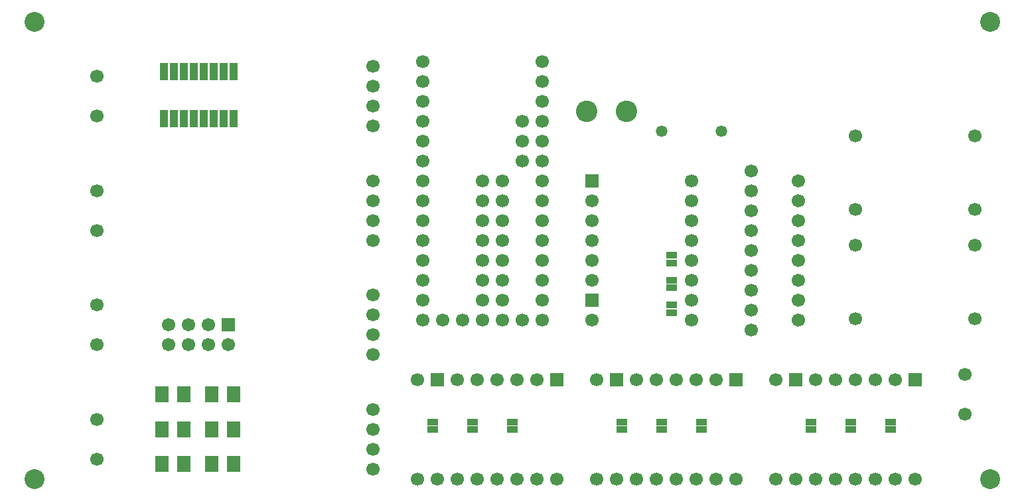
<source format=gbr>
G04 DipTrace 3.3.1.3*
G04 BottomMask.gbr*
%MOIN*%
G04 #@! TF.FileFunction,Soldermask,Bot*
G04 #@! TF.Part,Single*
%ADD31C,0.1*%
%ADD41C,0.10788*%
%ADD43C,0.06698*%
%ADD45R,0.06698X0.06698*%
%ADD47C,0.05788*%
%ADD49C,0.05788*%
%ADD51C,0.06688*%
%ADD53C,0.06698*%
%ADD55R,0.070872X0.078746*%
%ADD59R,0.05788X0.03288*%
%ADD63C,0.066935*%
%ADD65R,0.066935X0.066935*%
%ADD67R,0.039376X0.08662*%
%ADD69C,0.066935*%
%FSLAX26Y26*%
G04*
G70*
G90*
G75*
G01*
G04 BotMask*
%LPD*%
D69*
X2443700Y2593700D3*
Y2493700D3*
Y2393700D3*
Y2293700D3*
Y2193700D3*
Y2093700D3*
Y1993700D3*
Y1893700D3*
Y1793700D3*
Y1693700D3*
Y1593700D3*
Y1493700D3*
Y1393700D3*
Y1293700D3*
X3043700D3*
Y1393700D3*
Y1493700D3*
Y1593700D3*
Y1693700D3*
Y1793700D3*
Y1893700D3*
Y1993700D3*
Y2093700D3*
Y2193700D3*
Y2293700D3*
Y2393700D3*
Y2493700D3*
Y2593700D3*
X2743700Y1993700D3*
Y1893700D3*
Y1793700D3*
Y1693700D3*
Y1593700D3*
Y1493700D3*
Y1393700D3*
X2843700D3*
Y1493700D3*
Y1593700D3*
Y1693700D3*
Y1793700D3*
Y1893700D3*
Y1993700D3*
X2543700Y1293700D3*
X2643700D3*
X2743700D3*
X2843700D3*
X2943700D3*
Y2093700D3*
Y2193700D3*
Y2293700D3*
D67*
X1143700Y2543700D3*
X1193700D3*
X1243700D3*
X1293700D3*
X1343700D3*
X1393700D3*
X1443700D3*
X1493700D3*
Y2307480D3*
X1443700D3*
X1393700D3*
X1343700D3*
X1293700D3*
X1243700D3*
X1193700D3*
X1143700D3*
D65*
X3118700Y993700D3*
D63*
X3018700D3*
X2918700D3*
X2818700D3*
X2718700D3*
X2618700D3*
D65*
X2518700D3*
D63*
X2418700D3*
Y493700D3*
X2518700D3*
X2618700D3*
X2718700D3*
X2818700D3*
X2918700D3*
X3018700D3*
X3118700D3*
D65*
X3293700Y1993700D3*
D63*
Y1893700D3*
Y1793700D3*
Y1693700D3*
Y1593700D3*
Y1493700D3*
D65*
Y1393700D3*
D63*
Y1293700D3*
X3793700D3*
Y1393700D3*
Y1493700D3*
Y1593700D3*
Y1693700D3*
Y1793700D3*
Y1893700D3*
Y1993700D3*
D65*
X4918700Y993700D3*
D63*
X4818700D3*
X4718700D3*
X4618700D3*
X4518700D3*
X4418700D3*
D65*
X4318700D3*
D63*
X4218700D3*
Y493700D3*
X4318700D3*
X4418700D3*
X4518700D3*
X4618700D3*
X4718700D3*
X4818700D3*
X4918700D3*
D65*
X4018700Y993700D3*
D63*
X3918700D3*
X3818700D3*
X3718700D3*
X3618700D3*
X3518700D3*
D65*
X3418700D3*
D63*
X3318700D3*
Y493700D3*
X3418700D3*
X3518700D3*
X3618700D3*
X3718700D3*
X3818700D3*
X3918700D3*
X4018700D3*
D59*
X3693700Y1618700D3*
Y1581199D3*
Y1493700D3*
Y1456199D3*
Y1368700D3*
Y1331199D3*
X2893700Y743700D3*
Y781201D3*
X2693700Y743700D3*
Y781201D3*
X2493700Y743700D3*
Y781201D3*
X4793700Y743700D3*
Y781201D3*
X4593700Y743700D3*
Y781201D3*
X4393700Y743700D3*
Y781201D3*
X3843700Y743700D3*
Y781201D3*
X3643700Y743700D3*
Y781201D3*
X3443700Y743700D3*
Y781201D3*
D55*
X1243700Y918700D3*
X1133464D3*
X1243700Y743700D3*
X1133464D3*
X1243700Y568700D3*
X1133464D3*
X1493700Y918700D3*
X1383464D3*
X1493700Y743700D3*
X1383464D3*
X1493700Y568700D3*
X1383464D3*
D63*
X4618700Y1668700D3*
Y1298700D3*
X5218700Y1668700D3*
Y1298700D3*
X4618700Y2218700D3*
Y1848700D3*
X5218700Y2218700D3*
Y1848700D3*
D53*
X4332700Y1993700D3*
Y1893700D3*
Y1793700D3*
Y1693700D3*
Y1593700D3*
Y1493700D3*
Y1393700D3*
Y1293700D3*
D51*
X4093700Y2043700D3*
Y1943700D3*
Y1843700D3*
Y1743700D3*
Y1643700D3*
Y1543700D3*
Y1443700D3*
Y1343700D3*
Y1243700D3*
D49*
X3643700Y2243700D3*
D47*
X3943700D3*
D69*
X2193700Y2568700D3*
Y2468700D3*
Y2368700D3*
Y2268700D3*
X806200Y2518700D3*
Y2318700D3*
X2193700Y1993700D3*
Y1893700D3*
Y1793700D3*
Y1693700D3*
X806200Y1943700D3*
Y1743700D3*
X2193700Y1418700D3*
Y1318700D3*
Y1218700D3*
Y1118700D3*
X806200Y1368700D3*
Y1168700D3*
X2193700Y843700D3*
Y743700D3*
Y643700D3*
Y543700D3*
X806200Y793700D3*
Y593700D3*
D45*
X1468700Y1268700D3*
D43*
X1368700D3*
X1268700D3*
X1168700D3*
X1468700Y1168700D3*
X1368700D3*
X1268700D3*
X1168700D3*
D41*
X3268700Y2343700D3*
X3468700D3*
D63*
X5168700Y818700D3*
Y1018700D3*
D31*
X5293700Y2793700D3*
Y493700D3*
X493700Y2793700D3*
Y493700D3*
M02*

</source>
